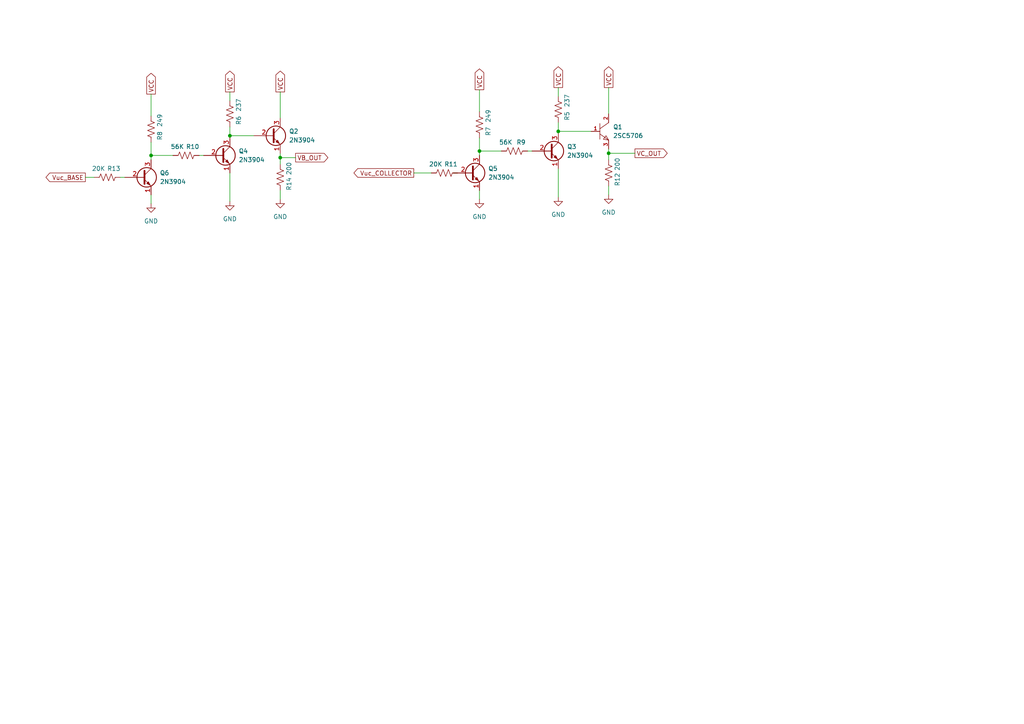
<source format=kicad_sch>
(kicad_sch (version 20211123) (generator eeschema)
  (paper "A4")
  (lib_symbols
    (symbol "Custom_RF:2SC5706-E" (pin_names (offset 1.016))
      (property "Reference" "Q" (at 0 7.62 0))
      (property "Value" "2SC5706-E" (at 0 10.16 0))
      (symbol "2SC5706-E_1_1"
        (polyline (pts (xy 2.54 -0.762) (xy 5.08 -2.54)))
        (polyline (pts (xy 2.54 2.286) (xy 2.54 -2.286)))
        (polyline (pts (xy 5.08 2.54) (xy 2.54 0.762)))
        (polyline (pts (xy 4.318 -1.27) (xy 3.556 -2.286) (xy 5.08 -2.54) (xy 4.318 -1.27)))
        (pin passive line (at 0 0 0) (length 2.54) (name "B") (number "1"))
        (pin passive line (at 5.08 5.08 270) (length 2.54) (name "C") (number "2"))
        (pin passive line (at 5.08 -5.08 90) (length 2.54) (name "E") (number "3"))
      )
    )
    (symbol "Device:R_US" (pin_numbers hide) (pin_names (offset 0))
      (property "Reference" "R" (at 2.54 0 90))
      (property "Value" "R_US" (at -2.54 0 90))
      (symbol "R_US_0_1"
        (polyline (pts (xy 0 -2.286) (xy 0 -2.54)))
        (polyline (pts (xy 0 2.286) (xy 0 2.54)))
        (polyline (pts (xy 0 -0.762) (xy 1.016 -1.143) (xy 0 -1.524) (xy -1.016 -1.905) (xy 0 -2.286)))
        (polyline (pts (xy 0 0.762) (xy 1.016 0.381) (xy 0 0) (xy -1.016 -0.381) (xy 0 -0.762)))
        (polyline (pts (xy 0 2.286) (xy 1.016 1.905) (xy 0 1.524) (xy -1.016 1.143) (xy 0 0.762)))
      )
      (symbol "R_US_1_1"
        (pin passive line (at 0 3.81 270) (length 1.27) (name "~") (number "1"))
        (pin passive line (at 0 -3.81 90) (length 1.27) (name "~") (number "2"))
      )
    )
    (symbol "Transistor_BJT:2N3904" (pin_names (offset 0) hide)
      (property "Reference" "Q" (at 5.08 1.905 0))
      (property "Value" "2N3904" (at 5.08 0 0))
      (symbol "2N3904_0_1"
        (polyline (pts (xy 0.635 0.635) (xy 2.54 2.54)))
        (polyline (pts (xy 0.635 -0.635) (xy 2.54 -2.54) (xy 2.54 -2.54)))
        (polyline (pts (xy 0.635 1.905) (xy 0.635 -1.905) (xy 0.635 -1.905)) (stroke (width 0.508)))
        (polyline (pts (xy 1.27 -1.778) (xy 1.778 -1.27) (xy 2.286 -2.286) (xy 1.27 -1.778) (xy 1.27 -1.778)) (fill (type outline)))
        (circle (center 1.27 0) (radius 2.8194) (stroke (width 0.254)))
      )
      (symbol "2N3904_1_1"
        (pin passive line (at 2.54 -5.08 90) (length 2.54) (name "E") (number "1"))
        (pin passive line (at -5.08 0 0) (length 5.715) (name "B") (number "2"))
        (pin passive line (at 2.54 5.08 270) (length 2.54) (name "C") (number "3"))
      )
    )
    (symbol "power:GND" (power) (pin_names (offset 0))
      (property "Value" "GND" (at 0 -3.81 0))
      (symbol "GND_0_1"
        (polyline (pts (xy 0 0) (xy 0 -1.27) (xy 1.27 -1.27) (xy 0 -2.54) (xy -1.27 -1.27) (xy 0 -1.27)))
      )
      (symbol "GND_1_1"
        (pin power_in line (at 0 0 270) (length 0) hide (name "GND") (number "1"))
      )
    )
  )
  (junction (at 66.675 39.37))
  (junction (at 139.065 43.815))
  (junction (at 81.28 45.72))
  (junction (at 176.53 44.45))
  (junction (at 43.815 45.085))
  (junction (at 161.925 38.1))
  (wire (pts (xy 66.675 50.165) (xy 66.675 58.42)))
  (wire (pts (xy 66.675 36.83) (xy 66.675 39.37)))
  (wire (pts (xy 176.53 44.45) (xy 184.15 44.45)))
  (wire (pts (xy 132.715 50.165) (xy 131.445 50.165)))
  (wire (pts (xy 161.925 38.1) (xy 161.925 38.735)))
  (wire (pts (xy 81.28 55.245) (xy 81.28 57.785)))
  (wire (pts (xy 43.815 45.085) (xy 43.815 46.355)))
  (wire (pts (xy 176.53 25.4) (xy 176.53 33.02)))
  (wire (pts (xy 43.815 27.305) (xy 43.815 33.655)))
  (wire (pts (xy 176.53 44.45) (xy 176.53 46.355)))
  (wire (pts (xy 139.065 40.005) (xy 139.065 43.815)))
  (wire (pts (xy 153.035 43.815) (xy 154.305 43.815)))
  (wire (pts (xy 50.165 45.085) (xy 43.815 45.085)))
  (wire (pts (xy 139.065 55.245) (xy 139.065 57.785)))
  (wire (pts (xy 81.28 26.67) (xy 81.28 34.29)))
  (wire (pts (xy 139.065 26.035) (xy 139.065 32.385)))
  (wire (pts (xy 161.925 35.56) (xy 161.925 38.1)))
  (wire (pts (xy 139.065 43.815) (xy 139.065 45.085)))
  (wire (pts (xy 66.675 26.67) (xy 66.675 29.21)))
  (wire (pts (xy 161.925 25.4) (xy 161.925 27.94)))
  (wire (pts (xy 66.675 39.37) (xy 66.675 40.005)))
  (wire (pts (xy 43.815 56.515) (xy 43.815 59.055)))
  (wire (pts (xy 66.675 39.37) (xy 73.66 39.37)))
  (wire (pts (xy 81.28 45.72) (xy 81.28 47.625)))
  (wire (pts (xy 81.28 44.45) (xy 81.28 45.72)))
  (wire (pts (xy 24.765 51.435) (xy 27.305 51.435)))
  (wire (pts (xy 120.015 50.165) (xy 125.095 50.165)))
  (wire (pts (xy 145.415 43.815) (xy 139.065 43.815)))
  (wire (pts (xy 34.925 51.435) (xy 36.195 51.435)))
  (wire (pts (xy 161.925 38.1) (xy 171.45 38.1)))
  (wire (pts (xy 57.785 45.085) (xy 59.055 45.085)))
  (wire (pts (xy 176.53 43.18) (xy 176.53 44.45)))
  (wire (pts (xy 43.815 41.275) (xy 43.815 45.085)))
  (wire (pts (xy 161.925 48.895) (xy 161.925 57.15)))
  (wire (pts (xy 176.53 53.975) (xy 176.53 56.515)))
  (wire (pts (xy 81.28 45.72) (xy 85.725 45.72)))
  (global_label "Vuc_BASE" (shape output) (at 24.765 51.435 180) (property "Intersheet References" "${INTERSHEET_REFS}" (effects hide)))
  (global_label "VCC" (shape output) (at 43.815 27.305 90) (property "Intersheet References" "${INTERSHEET_REFS}" (effects hide)))
  (global_label "VCC" (shape output) (at 161.925 25.4 90) (property "Intersheet References" "${INTERSHEET_REFS}" (effects hide)))
  (global_label "Vuc_COLLECTOR" (shape output) (at 120.015 50.165 180) (property "Intersheet References" "${INTERSHEET_REFS}" (effects hide)))
  (global_label "VCC" (shape output) (at 176.53 25.4 90) (property "Intersheet References" "${INTERSHEET_REFS}" (effects hide)))
  (global_label "VC_OUT" (shape output) (at 184.15 44.45 0) (property "Intersheet References" "${INTERSHEET_REFS}" (effects hide)))
  (global_label "VCC" (shape output) (at 66.675 26.67 90) (property "Intersheet References" "${INTERSHEET_REFS}" (effects hide)))
  (global_label "VCC" (shape output) (at 81.28 26.67 90) (property "Intersheet References" "${INTERSHEET_REFS}" (effects hide)))
  (global_label "VB_OUT" (shape output) (at 85.725 45.72 0) (property "Intersheet References" "${INTERSHEET_REFS}" (effects hide)))
  (global_label "VCC" (shape output) (at 139.065 26.035 90) (property "Intersheet References" "${INTERSHEET_REFS}" (effects hide)))
  (symbol (lib_id "power:GND") (at 43.815 59.055 0) (unit 1)
    (property "Reference" "#PWR014" (effects hide))
    (property "Value" "GND" (at 43.815 64.135 0))
  )
  (symbol (lib_id "Device:R_US") (at 53.975 45.085 270) (unit 1)
    (property "Reference" "R10" (at 55.88 42.545 90))
    (property "Value" "56K" (at 51.435 42.545 90))
    (property "Footprint" "Resistor_SMD:R_1206_3216Metric" (effects hide))
  )
  (symbol (lib_id "Transistor_BJT:2N3904") (at 159.385 43.815 0) (unit 1)
    (property "Reference" "Q3" (at 164.465 42.5449 0) (effects (justify left)))
    (property "Value" "2N3904" (at 164.465 45.0849 0) (effects (justify left)))
    (property "Footprint" "Package_TO_SOT_THT:TO-92_Inline" (effects hide))
    (property "Datasheet" "https://www.onsemi.com/pub/Collateral/2N3903-D.PDF" (effects hide))
  )
  (symbol (lib_id "Device:R_US") (at 66.675 33.02 180) (unit 1)
    (property "Reference" "R6" (at 69.215 34.925 90))
    (property "Value" "237" (at 69.215 30.48 90))
    (property "Footprint" "Resistor_SMD:R_1206_3216Metric" (effects hide))
  )
  (symbol (lib_id "Device:R_US") (at 149.225 43.815 270) (unit 1)
    (property "Reference" "R9" (at 151.13 41.275 90))
    (property "Value" "56K" (at 146.685 41.275 90))
    (property "Footprint" "Resistor_SMD:R_1206_3216Metric" (effects hide))
  )
  (symbol (lib_id "Transistor_BJT:2N3904") (at 78.74 39.37 0) (unit 1)
    (property "Reference" "Q2" (at 83.82 38.0999 0) (effects (justify left)))
    (property "Value" "2N3904" (at 83.82 40.6399 0) (effects (justify left)))
    (property "Footprint" "Package_TO_SOT_THT:TO-92_Inline" (effects hide))
    (property "Datasheet" "https://www.onsemi.com/pub/Collateral/2N3903-D.PDF" (effects hide))
  )
  (symbol (lib_id "Device:R_US") (at 176.53 50.165 180) (unit 1)
    (property "Reference" "R12" (at 179.07 52.07 90))
    (property "Value" "200" (at 179.07 47.625 90))
    (property "Footprint" "Resistor_SMD:R_1206_3216Metric" (effects hide))
  )
  (symbol (lib_id "Transistor_BJT:2N3904") (at 136.525 50.165 0) (unit 1)
    (property "Reference" "Q5" (at 141.605 48.8949 0) (effects (justify left)))
    (property "Value" "2N3904" (at 141.605 51.4349 0) (effects (justify left)))
    (property "Footprint" "Package_TO_SOT_THT:TO-92_Inline" (effects hide))
    (property "Datasheet" "https://www.onsemi.com/pub/Collateral/2N3903-D.PDF" (effects hide))
  )
  (symbol (lib_id "Device:R_US") (at 128.905 50.165 270) (unit 1)
    (property "Reference" "R11" (at 130.81 47.625 90))
    (property "Value" "20K" (at 126.365 47.625 90))
    (property "Footprint" "Resistor_SMD:R_1206_3216Metric" (effects hide))
  )
  (symbol (lib_id "power:GND") (at 139.065 57.785 0) (unit 1)
    (property "Reference" "#PWR012" (effects hide))
    (property "Value" "GND" (at 139.065 62.865 0))
  )
  (symbol (lib_id "Device:R_US") (at 81.28 51.435 180) (unit 1)
    (property "Reference" "R14" (at 83.82 53.34 90))
    (property "Value" "200" (at 83.82 48.895 90))
    (property "Footprint" "Resistor_SMD:R_1206_3216Metric" (effects hide))
  )
  (symbol (lib_id "Device:R_US") (at 43.815 37.465 180) (unit 1)
    (property "Reference" "R8" (at 46.355 39.37 90))
    (property "Value" "249" (at 46.355 34.925 90))
    (property "Footprint" "Resistor_SMD:R_1206_3216Metric" (effects hide))
  )
  (symbol (lib_id "Device:R_US") (at 31.115 51.435 270) (unit 1)
    (property "Reference" "R13" (at 33.02 48.895 90))
    (property "Value" "20K" (at 28.575 48.895 90))
    (property "Footprint" "Resistor_SMD:R_1206_3216Metric" (effects hide))
  )
  (symbol (lib_id "Device:R_US") (at 139.065 36.195 180) (unit 1)
    (property "Reference" "R7" (at 141.605 38.1 90))
    (property "Value" "249" (at 141.605 33.655 90))
    (property "Footprint" "Resistor_SMD:R_1206_3216Metric" (effects hide))
  )
  (symbol (lib_id "power:GND") (at 66.675 58.42 0) (unit 1)
    (property "Reference" "#PWR013" (effects hide))
    (property "Value" "GND" (at 66.675 63.5 0))
  )
  (symbol (lib_id "Custom_RF:2SC5706-E") (at 171.45 38.1 0) (unit 1)
    (property "Reference" "Q1" (at 177.8 36.8299 0) (effects (justify left)))
    (property "Value" "2SC5706" (at 177.8 39.3699 0) (effects (justify left)))
    (property "Footprint" "Custom_RF:2SC5706" (effects hide))
    (property "Datasheet" "http://www.onsemi.com/pub_link/Collateral/EN6912-D.PDF" (effects hide))
    (property "Component Link 1 Description" "Manufacturer URL" (effects hide))
    (property "Component Link 1 URL" "http://www.onsemi.com/" (effects hide))
    (property "Component Link 3 Description" "Package Specification" (effects hide))
    (property "Component Link 3 URL" "http://www.onsemi.cn/pub_link/Collateral/369AJ.PDF" (effects hide))
    (property "IC Continuous A" "5" (effects hide))
    (property "Mounting Technology" "Through Hole" (effects hide))
    (property "Package Description" "3-Pin Flange Mount, Vertical Straight Lead, Body 6.5 x 5.5 mm, Pitch 2.3 mm" (effects hide))
    (property "Package Version" "Rev. O, 01/2012" (effects hide))
    (property "Packing" "Bulk Bag" (effects hide))
    (property "Polarity" "NPN" (effects hide))
    (property "category" "Trans" (effects hide))
    (property "ciiva ids" "861379" (effects hide))
    (property "library id" "0f9a4dab6e0fcd82" (effects hide))
    (property "manufacturer" "On Semiconductor" (effects hide))
    (property "package" "IPAK-3-369AJ" (effects hide))
    (property "release date" "1406912380" (effects hide))
    (property "rohs" "Yes" (effects hide))
    (property "vault revision" "21FB8925-E1ED-4C34-A2E6-8E9C7F353C91" (effects hide))
    (property "imported" "yes" (effects hide))
  )
  (symbol (lib_id "power:GND") (at 161.925 57.15 0) (unit 1)
    (property "Reference" "#PWR010" (effects hide))
    (property "Value" "GND" (at 161.925 62.23 0))
  )
  (symbol (lib_id "Transistor_BJT:2N3904") (at 41.275 51.435 0) (unit 1)
    (property "Reference" "Q6" (at 46.355 50.1649 0) (effects (justify left)))
    (property "Value" "2N3904" (at 46.355 52.7049 0) (effects (justify left)))
    (property "Footprint" "Package_TO_SOT_THT:TO-92_Inline" (effects hide))
    (property "Datasheet" "https://www.onsemi.com/pub/Collateral/2N3903-D.PDF" (effects hide))
  )
  (symbol (lib_id "power:GND") (at 176.53 56.515 0) (unit 1)
    (property "Reference" "#PWR09" (effects hide))
    (property "Value" "GND" (at 176.53 61.595 0))
  )
  (symbol (lib_id "power:GND") (at 81.28 57.785 0) (unit 1)
    (property "Reference" "#PWR011" (effects hide))
    (property "Value" "GND" (at 81.28 62.865 0))
  )
  (symbol (lib_id "Device:R_US") (at 161.925 31.75 180) (unit 1)
    (property "Reference" "R5" (at 164.465 33.655 90))
    (property "Value" "237" (at 164.465 29.21 90))
    (property "Footprint" "Resistor_SMD:R_1206_3216Metric" (effects hide))
  )
  (symbol (lib_id "Transistor_BJT:2N3904") (at 64.135 45.085 0) (unit 1)
    (property "Reference" "Q4" (at 69.215 43.8149 0) (effects (justify left)))
    (property "Value" "2N3904" (at 69.215 46.3549 0) (effects (justify left)))
    (property "Footprint" "Package_TO_SOT_THT:TO-92_Inline" (effects hide))
    (property "Datasheet" "https://www.onsemi.com/pub/Collateral/2N3903-D.PDF" (effects hide))
  )
)
</source>
